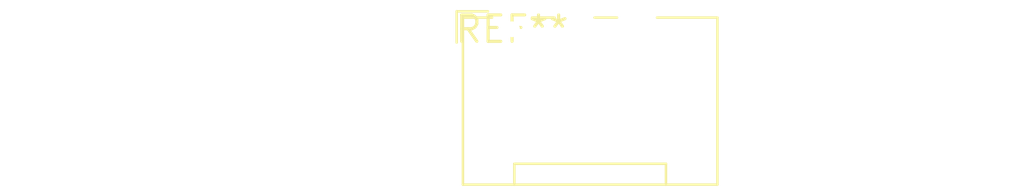
<source format=kicad_pcb>
(kicad_pcb (version 20240108) (generator pcbnew)
  (layers (0 "F.Cu" signal) (31 "B.Cu" signal) (34 "B.Paste" user) (35 "F.Paste" user) (36 "B.SilkS" user "B.Silkscreen") (37 "F.SilkS" user "F.Silkscreen") (38 "B.Mask" user) (39 "F.Mask" user) (44 "Edge.Cuts" user))
  (net 0 "")
  (footprint "JST_ZE_S06B-ZESK-2D_1x06_P1.50mm_Horizontal" (layer "F.Cu") (at 0 0)
    (property "Reference" "REF**")
    (property "Value" "JST_ZE_S06B-ZESK-2D_1x06_P1.50mm_Horizontal")
    (fp_line (start -2.66 -0.86) (end -1.16 -0.86) (layer "F.SilkS") (stroke (width 0.12)))
    (fp_line (start -2.66 0.64) (end -2.66 -0.86) (layer "F.SilkS") (stroke (width 0.12)))
    (fp_line (start -2.36 -0.56) (end -2.36 7.46) (layer "F.SilkS") (stroke (width 0.12)))
    (fp_line (start -2.36 7.46) (end 9.86 7.46) (layer "F.SilkS") (stroke (width 0.12)))
    (fp_line (start -0.96 -0.56) (end -2.36 -0.56) (layer "F.SilkS") (stroke (width 0.12)))
    (fp_line (start 0.11 6.46) (end 7.39 6.46) (layer "F.SilkS") (stroke (width 0.12)))
    (fp_line (start 0.11 7.46) (end 0.11 6.46) (layer "F.SilkS") (stroke (width 0.12)))
    (fp_line (start 0.96 -0.56) (end 2.04 -0.56) (layer "F.SilkS") (stroke (width 0.12)))
    (fp_line (start 3.96 -0.56) (end 5.04 -0.56) (layer "F.SilkS") (stroke (width 0.12)))
    (fp_line (start 7.39 6.46) (end 7.39 7.46) (layer "F.SilkS") (stroke (width 0.12)))
    (fp_line (start 9.86 -0.56) (end 6.96 -0.56) (layer "F.SilkS") (stroke (width 0.12)))
    (fp_line (start 9.86 7.46) (end 9.86 -0.56) (layer "F.SilkS") (stroke (width 0.12)))
    (pad "" np_thru_hole circle (at -1.55 1.85) (size 1.15 1.15) (drill 1.15) (layers *.Cu *.Mask))
    (pad "" np_thru_hole circle (at 9.05 1.85) (size 1.15 1.15) (drill 1.15) (layers *.Cu *.Mask))
    (pad "1" thru_hole roundrect (at 0 0) (size 1.4 1.75) (drill 0.75) (layers *.Cu *.Mask) (remove_unused_layers) (roundrect_rratio 0.178571))
    (pad "2" thru_hole oval (at 1.5 3.7) (size 1.4 1.75) (drill 0.75) (layers *.Cu *.Mask) (remove_unused_layers))
    (pad "3" thru_hole oval (at 3 0) (size 1.4 1.75) (drill 0.75) (layers *.Cu *.Mask) (remove_unused_layers))
    (pad "4" thru_hole oval (at 4.5 3.7) (size 1.4 1.75) (drill 0.75) (layers *.Cu *.Mask) (remove_unused_layers))
    (pad "5" thru_hole oval (at 6 0) (size 1.4 1.75) (drill 0.75) (layers *.Cu *.Mask) (remove_unused_layers))
    (pad "6" thru_hole oval (at 7.5 3.7) (size 1.4 1.75) (drill 0.75) (layers *.Cu *.Mask) (remove_unused_layers))
  )
)
</source>
